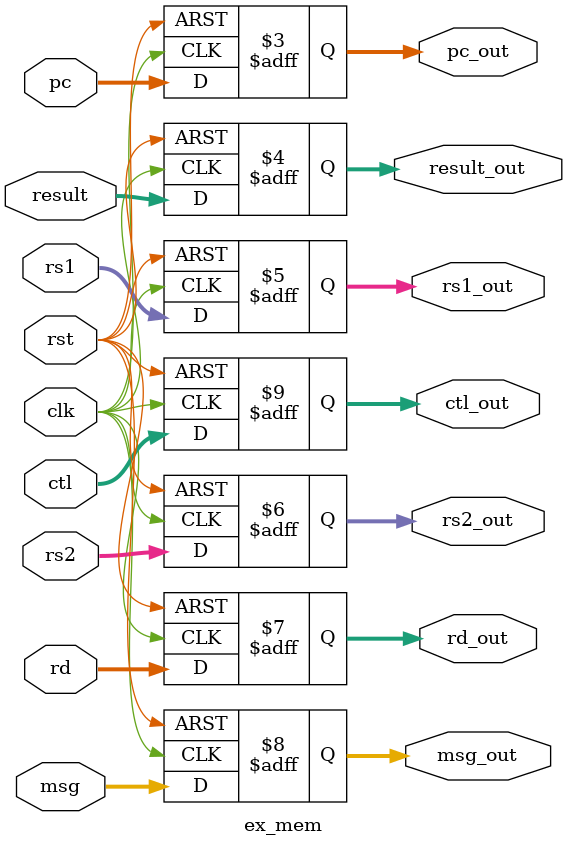
<source format=v>
module ex_mem(
    input clk,
    input rst,
    input [31:0] pc,
    input [31:0] result,
    input [4:0] rs1,
    input [4:0] rs2,
    input [4:0] rd,
    input [3:0] msg,
    input [4:0] ctl,
    output reg [31:0] pc_out,
    output reg [31:0] result_out,
    output reg [4:0] rs1_out,
    output reg [4:0] rs2_out,
    output reg [4:0] rd_out,
    output reg [3:0] msg_out,
    output reg [4:0] ctl_out
);

always @(posedge clk or negedge rst) begin
    if(!rst) begin
        pc_out <= 32'd0;
        result_out <= 32'd0;
        rs1_out <= 5'd0;
        rs2_out <= 5'd0;
        rd_out  <= 5'd0;
        msg_out <= 4'd0;
        ctl_out <= 5'd0;
    end else begin
        pc_out <= pc;
        result_out <= result;
        rs1_out <= rs1;
        rs2_out <= rs2;
        rd_out  <= rd;
        msg_out <= msg;
        ctl_out <= ctl;
    end
end

endmodule
</source>
